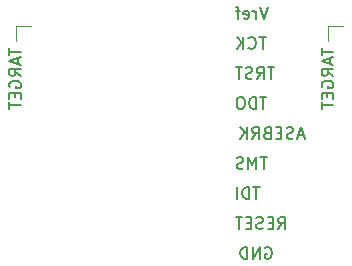
<source format=gbo>
%TF.GenerationSoftware,KiCad,Pcbnew,(6.0.8)*%
%TF.CreationDate,2022-10-22T10:51:26-05:00*%
%TF.ProjectId,jtag_sniff_pcb,6a746167-5f73-46e6-9966-665f7063622e,rev?*%
%TF.SameCoordinates,Original*%
%TF.FileFunction,Legend,Bot*%
%TF.FilePolarity,Positive*%
%FSLAX46Y46*%
G04 Gerber Fmt 4.6, Leading zero omitted, Abs format (unit mm)*
G04 Created by KiCad (PCBNEW (6.0.8)) date 2022-10-22 10:51:26*
%MOMM*%
%LPD*%
G01*
G04 APERTURE LIST*
%ADD10C,0.150000*%
%ADD11C,0.120000*%
%ADD12R,1.700000X1.700000*%
%ADD13O,1.700000X1.700000*%
%ADD14C,3.000000*%
G04 APERTURE END LIST*
D10*
X138162023Y-69302380D02*
X137828690Y-70302380D01*
X137495357Y-69302380D01*
X137162023Y-70302380D02*
X137162023Y-69635714D01*
X137162023Y-69826190D02*
X137114404Y-69730952D01*
X137066785Y-69683333D01*
X136971547Y-69635714D01*
X136876309Y-69635714D01*
X136162023Y-70254761D02*
X136257261Y-70302380D01*
X136447738Y-70302380D01*
X136542976Y-70254761D01*
X136590595Y-70159523D01*
X136590595Y-69778571D01*
X136542976Y-69683333D01*
X136447738Y-69635714D01*
X136257261Y-69635714D01*
X136162023Y-69683333D01*
X136114404Y-69778571D01*
X136114404Y-69873809D01*
X136590595Y-69969047D01*
X135828690Y-69635714D02*
X135447738Y-69635714D01*
X135685833Y-70302380D02*
X135685833Y-69445238D01*
X135638214Y-69350000D01*
X135542976Y-69302380D01*
X135447738Y-69302380D01*
X141193809Y-80176666D02*
X140717619Y-80176666D01*
X141289047Y-80462380D02*
X140955714Y-79462380D01*
X140622380Y-80462380D01*
X140336666Y-80414761D02*
X140193809Y-80462380D01*
X139955714Y-80462380D01*
X139860476Y-80414761D01*
X139812857Y-80367142D01*
X139765238Y-80271904D01*
X139765238Y-80176666D01*
X139812857Y-80081428D01*
X139860476Y-80033809D01*
X139955714Y-79986190D01*
X140146190Y-79938571D01*
X140241428Y-79890952D01*
X140289047Y-79843333D01*
X140336666Y-79748095D01*
X140336666Y-79652857D01*
X140289047Y-79557619D01*
X140241428Y-79510000D01*
X140146190Y-79462380D01*
X139908095Y-79462380D01*
X139765238Y-79510000D01*
X139336666Y-79938571D02*
X139003333Y-79938571D01*
X138860476Y-80462380D02*
X139336666Y-80462380D01*
X139336666Y-79462380D01*
X138860476Y-79462380D01*
X138098571Y-79938571D02*
X137955714Y-79986190D01*
X137908095Y-80033809D01*
X137860476Y-80129047D01*
X137860476Y-80271904D01*
X137908095Y-80367142D01*
X137955714Y-80414761D01*
X138050952Y-80462380D01*
X138431904Y-80462380D01*
X138431904Y-79462380D01*
X138098571Y-79462380D01*
X138003333Y-79510000D01*
X137955714Y-79557619D01*
X137908095Y-79652857D01*
X137908095Y-79748095D01*
X137955714Y-79843333D01*
X138003333Y-79890952D01*
X138098571Y-79938571D01*
X138431904Y-79938571D01*
X136860476Y-80462380D02*
X137193809Y-79986190D01*
X137431904Y-80462380D02*
X137431904Y-79462380D01*
X137050952Y-79462380D01*
X136955714Y-79510000D01*
X136908095Y-79557619D01*
X136860476Y-79652857D01*
X136860476Y-79795714D01*
X136908095Y-79890952D01*
X136955714Y-79938571D01*
X137050952Y-79986190D01*
X137431904Y-79986190D01*
X136431904Y-80462380D02*
X136431904Y-79462380D01*
X135860476Y-80462380D02*
X136289047Y-79890952D01*
X135860476Y-79462380D02*
X136431904Y-80033809D01*
X137495357Y-84542380D02*
X136923928Y-84542380D01*
X137209642Y-85542380D02*
X137209642Y-84542380D01*
X136590595Y-85542380D02*
X136590595Y-84542380D01*
X136352500Y-84542380D01*
X136209642Y-84590000D01*
X136114404Y-84685238D01*
X136066785Y-84780476D01*
X136019166Y-84970952D01*
X136019166Y-85113809D01*
X136066785Y-85304285D01*
X136114404Y-85399523D01*
X136209642Y-85494761D01*
X136352500Y-85542380D01*
X136590595Y-85542380D01*
X135590595Y-85542380D02*
X135590595Y-84542380D01*
X139066785Y-88082380D02*
X139400119Y-87606190D01*
X139638214Y-88082380D02*
X139638214Y-87082380D01*
X139257261Y-87082380D01*
X139162023Y-87130000D01*
X139114404Y-87177619D01*
X139066785Y-87272857D01*
X139066785Y-87415714D01*
X139114404Y-87510952D01*
X139162023Y-87558571D01*
X139257261Y-87606190D01*
X139638214Y-87606190D01*
X138638214Y-87558571D02*
X138304880Y-87558571D01*
X138162023Y-88082380D02*
X138638214Y-88082380D01*
X138638214Y-87082380D01*
X138162023Y-87082380D01*
X137781071Y-88034761D02*
X137638214Y-88082380D01*
X137400119Y-88082380D01*
X137304880Y-88034761D01*
X137257261Y-87987142D01*
X137209642Y-87891904D01*
X137209642Y-87796666D01*
X137257261Y-87701428D01*
X137304880Y-87653809D01*
X137400119Y-87606190D01*
X137590595Y-87558571D01*
X137685833Y-87510952D01*
X137733452Y-87463333D01*
X137781071Y-87368095D01*
X137781071Y-87272857D01*
X137733452Y-87177619D01*
X137685833Y-87130000D01*
X137590595Y-87082380D01*
X137352500Y-87082380D01*
X137209642Y-87130000D01*
X136781071Y-87558571D02*
X136447738Y-87558571D01*
X136304880Y-88082380D02*
X136781071Y-88082380D01*
X136781071Y-87082380D01*
X136304880Y-87082380D01*
X136019166Y-87082380D02*
X135447738Y-87082380D01*
X135733452Y-88082380D02*
X135733452Y-87082380D01*
X137955714Y-89670000D02*
X138050952Y-89622380D01*
X138193809Y-89622380D01*
X138336666Y-89670000D01*
X138431904Y-89765238D01*
X138479523Y-89860476D01*
X138527142Y-90050952D01*
X138527142Y-90193809D01*
X138479523Y-90384285D01*
X138431904Y-90479523D01*
X138336666Y-90574761D01*
X138193809Y-90622380D01*
X138098571Y-90622380D01*
X137955714Y-90574761D01*
X137908095Y-90527142D01*
X137908095Y-90193809D01*
X138098571Y-90193809D01*
X137479523Y-90622380D02*
X137479523Y-89622380D01*
X136908095Y-90622380D01*
X136908095Y-89622380D01*
X136431904Y-90622380D02*
X136431904Y-89622380D01*
X136193809Y-89622380D01*
X136050952Y-89670000D01*
X135955714Y-89765238D01*
X135908095Y-89860476D01*
X135860476Y-90050952D01*
X135860476Y-90193809D01*
X135908095Y-90384285D01*
X135955714Y-90479523D01*
X136050952Y-90574761D01*
X136193809Y-90622380D01*
X136431904Y-90622380D01*
X138733452Y-74382380D02*
X138162023Y-74382380D01*
X138447738Y-75382380D02*
X138447738Y-74382380D01*
X137257261Y-75382380D02*
X137590595Y-74906190D01*
X137828690Y-75382380D02*
X137828690Y-74382380D01*
X137447738Y-74382380D01*
X137352500Y-74430000D01*
X137304880Y-74477619D01*
X137257261Y-74572857D01*
X137257261Y-74715714D01*
X137304880Y-74810952D01*
X137352500Y-74858571D01*
X137447738Y-74906190D01*
X137828690Y-74906190D01*
X136876309Y-75334761D02*
X136733452Y-75382380D01*
X136495357Y-75382380D01*
X136400119Y-75334761D01*
X136352500Y-75287142D01*
X136304880Y-75191904D01*
X136304880Y-75096666D01*
X136352500Y-75001428D01*
X136400119Y-74953809D01*
X136495357Y-74906190D01*
X136685833Y-74858571D01*
X136781071Y-74810952D01*
X136828690Y-74763333D01*
X136876309Y-74668095D01*
X136876309Y-74572857D01*
X136828690Y-74477619D01*
X136781071Y-74430000D01*
X136685833Y-74382380D01*
X136447738Y-74382380D01*
X136304880Y-74430000D01*
X136019166Y-74382380D02*
X135447738Y-74382380D01*
X135733452Y-75382380D02*
X135733452Y-74382380D01*
X138066785Y-76922380D02*
X137495357Y-76922380D01*
X137781071Y-77922380D02*
X137781071Y-76922380D01*
X137162023Y-77922380D02*
X137162023Y-76922380D01*
X136923928Y-76922380D01*
X136781071Y-76970000D01*
X136685833Y-77065238D01*
X136638214Y-77160476D01*
X136590595Y-77350952D01*
X136590595Y-77493809D01*
X136638214Y-77684285D01*
X136685833Y-77779523D01*
X136781071Y-77874761D01*
X136923928Y-77922380D01*
X137162023Y-77922380D01*
X135971547Y-76922380D02*
X135781071Y-76922380D01*
X135685833Y-76970000D01*
X135590595Y-77065238D01*
X135542976Y-77255714D01*
X135542976Y-77589047D01*
X135590595Y-77779523D01*
X135685833Y-77874761D01*
X135781071Y-77922380D01*
X135971547Y-77922380D01*
X136066785Y-77874761D01*
X136162023Y-77779523D01*
X136209642Y-77589047D01*
X136209642Y-77255714D01*
X136162023Y-77065238D01*
X136066785Y-76970000D01*
X135971547Y-76922380D01*
X138114404Y-82002380D02*
X137542976Y-82002380D01*
X137828690Y-83002380D02*
X137828690Y-82002380D01*
X137209642Y-83002380D02*
X137209642Y-82002380D01*
X136876309Y-82716666D01*
X136542976Y-82002380D01*
X136542976Y-83002380D01*
X136114404Y-82954761D02*
X135971547Y-83002380D01*
X135733452Y-83002380D01*
X135638214Y-82954761D01*
X135590595Y-82907142D01*
X135542976Y-82811904D01*
X135542976Y-82716666D01*
X135590595Y-82621428D01*
X135638214Y-82573809D01*
X135733452Y-82526190D01*
X135923928Y-82478571D01*
X136019166Y-82430952D01*
X136066785Y-82383333D01*
X136114404Y-82288095D01*
X136114404Y-82192857D01*
X136066785Y-82097619D01*
X136019166Y-82050000D01*
X135923928Y-82002380D01*
X135685833Y-82002380D01*
X135542976Y-82050000D01*
X138019166Y-71842380D02*
X137447738Y-71842380D01*
X137733452Y-72842380D02*
X137733452Y-71842380D01*
X136542976Y-72747142D02*
X136590595Y-72794761D01*
X136733452Y-72842380D01*
X136828690Y-72842380D01*
X136971547Y-72794761D01*
X137066785Y-72699523D01*
X137114404Y-72604285D01*
X137162023Y-72413809D01*
X137162023Y-72270952D01*
X137114404Y-72080476D01*
X137066785Y-71985238D01*
X136971547Y-71890000D01*
X136828690Y-71842380D01*
X136733452Y-71842380D01*
X136590595Y-71890000D01*
X136542976Y-71937619D01*
X136114404Y-72842380D02*
X136114404Y-71842380D01*
X135542976Y-72842380D02*
X135971547Y-72270952D01*
X135542976Y-71842380D02*
X136114404Y-72413809D01*
%TO.C,J2*%
X142728380Y-72819380D02*
X142728380Y-73390809D01*
X143728380Y-73105095D02*
X142728380Y-73105095D01*
X143442666Y-73676523D02*
X143442666Y-74152714D01*
X143728380Y-73581285D02*
X142728380Y-73914619D01*
X143728380Y-74247952D01*
X143728380Y-75152714D02*
X143252190Y-74819380D01*
X143728380Y-74581285D02*
X142728380Y-74581285D01*
X142728380Y-74962238D01*
X142776000Y-75057476D01*
X142823619Y-75105095D01*
X142918857Y-75152714D01*
X143061714Y-75152714D01*
X143156952Y-75105095D01*
X143204571Y-75057476D01*
X143252190Y-74962238D01*
X143252190Y-74581285D01*
X142776000Y-76105095D02*
X142728380Y-76009857D01*
X142728380Y-75867000D01*
X142776000Y-75724142D01*
X142871238Y-75628904D01*
X142966476Y-75581285D01*
X143156952Y-75533666D01*
X143299809Y-75533666D01*
X143490285Y-75581285D01*
X143585523Y-75628904D01*
X143680761Y-75724142D01*
X143728380Y-75867000D01*
X143728380Y-75962238D01*
X143680761Y-76105095D01*
X143633142Y-76152714D01*
X143299809Y-76152714D01*
X143299809Y-75962238D01*
X143204571Y-76581285D02*
X143204571Y-76914619D01*
X143728380Y-77057476D02*
X143728380Y-76581285D01*
X142728380Y-76581285D01*
X142728380Y-77057476D01*
X142728380Y-77343190D02*
X142728380Y-77914619D01*
X143728380Y-77628904D02*
X142728380Y-77628904D01*
%TO.C,J4*%
X116290380Y-72819380D02*
X116290380Y-73390809D01*
X117290380Y-73105095D02*
X116290380Y-73105095D01*
X117004666Y-73676523D02*
X117004666Y-74152714D01*
X117290380Y-73581285D02*
X116290380Y-73914619D01*
X117290380Y-74247952D01*
X117290380Y-75152714D02*
X116814190Y-74819380D01*
X117290380Y-74581285D02*
X116290380Y-74581285D01*
X116290380Y-74962238D01*
X116338000Y-75057476D01*
X116385619Y-75105095D01*
X116480857Y-75152714D01*
X116623714Y-75152714D01*
X116718952Y-75105095D01*
X116766571Y-75057476D01*
X116814190Y-74962238D01*
X116814190Y-74581285D01*
X116338000Y-76105095D02*
X116290380Y-76009857D01*
X116290380Y-75867000D01*
X116338000Y-75724142D01*
X116433238Y-75628904D01*
X116528476Y-75581285D01*
X116718952Y-75533666D01*
X116861809Y-75533666D01*
X117052285Y-75581285D01*
X117147523Y-75628904D01*
X117242761Y-75724142D01*
X117290380Y-75867000D01*
X117290380Y-75962238D01*
X117242761Y-76105095D01*
X117195142Y-76152714D01*
X116861809Y-76152714D01*
X116861809Y-75962238D01*
X116766571Y-76581285D02*
X116766571Y-76914619D01*
X117290380Y-77057476D02*
X117290380Y-76581285D01*
X116290380Y-76581285D01*
X116290380Y-77057476D01*
X116290380Y-77343190D02*
X116290380Y-77914619D01*
X117290380Y-77628904D02*
X116290380Y-77628904D01*
D11*
%TO.C,J2*%
X143276000Y-70922000D02*
X143276000Y-72192000D01*
X144546000Y-70922000D02*
X143276000Y-70922000D01*
%TO.C,J4*%
X118108000Y-70922000D02*
X116838000Y-70922000D01*
X116838000Y-70922000D02*
X116838000Y-72192000D01*
%TD*%
%LPC*%
D12*
%TO.C,J3*%
X133350000Y-69860000D03*
D13*
X133350000Y-72400000D03*
X133350000Y-74940000D03*
X133350000Y-77480000D03*
X133350000Y-80020000D03*
X133350000Y-82560000D03*
X133350000Y-85100000D03*
X133350000Y-87640000D03*
X133350000Y-90180000D03*
%TD*%
D14*
%TO.C,H3*%
X112395000Y-70485000D03*
%TD*%
D12*
%TO.C,J1*%
X122936000Y-97028000D03*
D13*
X122936000Y-99568000D03*
X125476000Y-97028000D03*
X125476000Y-99568000D03*
X128016000Y-97028000D03*
X128016000Y-99568000D03*
X130556000Y-97028000D03*
X130556000Y-99568000D03*
X133096000Y-97028000D03*
X133096000Y-99568000D03*
%TD*%
D14*
%TO.C,H4*%
X152400000Y-70485000D03*
%TD*%
D12*
%TO.C,J2*%
X145816000Y-73462000D03*
D13*
X145816000Y-76002000D03*
X145816000Y-78542000D03*
X145816000Y-81082000D03*
X145816000Y-83622000D03*
X145816000Y-86162000D03*
X145816000Y-88702000D03*
X148356000Y-73462000D03*
X148356000Y-76002000D03*
X148356000Y-78542000D03*
X148356000Y-81082000D03*
X148356000Y-83622000D03*
X148356000Y-86162000D03*
X148356000Y-88702000D03*
%TD*%
D14*
%TO.C,H2*%
X152400000Y-99695000D03*
%TD*%
%TO.C,H1*%
X112395000Y-99695000D03*
%TD*%
D12*
%TO.C,J4*%
X119378000Y-73462000D03*
D13*
X119378000Y-76002000D03*
X119378000Y-78542000D03*
X119378000Y-81082000D03*
X119378000Y-83622000D03*
X119378000Y-86162000D03*
X119378000Y-88702000D03*
X121918000Y-73462000D03*
X121918000Y-76002000D03*
X121918000Y-78542000D03*
X121918000Y-81082000D03*
X121918000Y-83622000D03*
X121918000Y-86162000D03*
X121918000Y-88702000D03*
%TD*%
M02*

</source>
